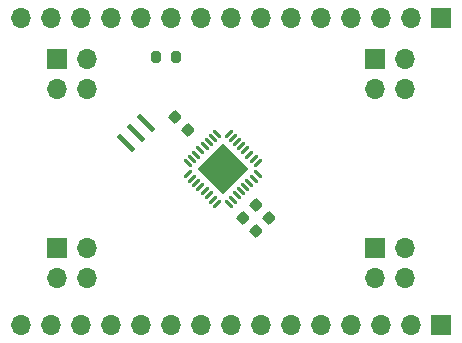
<source format=gts>
%TF.GenerationSoftware,KiCad,Pcbnew,7.0.1*%
%TF.CreationDate,2023-04-03T23:37:46-04:00*%
%TF.ProjectId,comm_v0p4,636f6d6d-5f76-4307-9034-2e6b69636164,rev?*%
%TF.SameCoordinates,Original*%
%TF.FileFunction,Soldermask,Top*%
%TF.FilePolarity,Negative*%
%FSLAX46Y46*%
G04 Gerber Fmt 4.6, Leading zero omitted, Abs format (unit mm)*
G04 Created by KiCad (PCBNEW 7.0.1) date 2023-04-03 23:37:46*
%MOMM*%
%LPD*%
G01*
G04 APERTURE LIST*
G04 Aperture macros list*
%AMRoundRect*
0 Rectangle with rounded corners*
0 $1 Rounding radius*
0 $2 $3 $4 $5 $6 $7 $8 $9 X,Y pos of 4 corners*
0 Add a 4 corners polygon primitive as box body*
4,1,4,$2,$3,$4,$5,$6,$7,$8,$9,$2,$3,0*
0 Add four circle primitives for the rounded corners*
1,1,$1+$1,$2,$3*
1,1,$1+$1,$4,$5*
1,1,$1+$1,$6,$7*
1,1,$1+$1,$8,$9*
0 Add four rect primitives between the rounded corners*
20,1,$1+$1,$2,$3,$4,$5,0*
20,1,$1+$1,$4,$5,$6,$7,0*
20,1,$1+$1,$6,$7,$8,$9,0*
20,1,$1+$1,$8,$9,$2,$3,0*%
%AMRotRect*
0 Rectangle, with rotation*
0 The origin of the aperture is its center*
0 $1 length*
0 $2 width*
0 $3 Rotation angle, in degrees counterclockwise*
0 Add horizontal line*
21,1,$1,$2,0,0,$3*%
G04 Aperture macros list end*
%ADD10O,1.700000X1.700000*%
%ADD11R,1.700000X1.700000*%
%ADD12RoundRect,0.200000X0.200000X0.275000X-0.200000X0.275000X-0.200000X-0.275000X0.200000X-0.275000X0*%
%ADD13RoundRect,0.225000X-0.335876X-0.017678X-0.017678X-0.335876X0.335876X0.017678X0.017678X0.335876X0*%
%ADD14RotRect,0.400000X1.900000X225.000000*%
%ADD15RoundRect,0.225000X0.335876X0.017678X0.017678X0.335876X-0.335876X-0.017678X-0.017678X-0.335876X0*%
%ADD16RoundRect,0.062500X-0.309359X0.220971X0.220971X-0.309359X0.309359X-0.220971X-0.220971X0.309359X0*%
%ADD17RoundRect,0.062500X-0.309359X-0.220971X-0.220971X-0.309359X0.309359X0.220971X0.220971X0.309359X0*%
%ADD18RotRect,3.100000X3.100000X315.000000*%
G04 APERTURE END LIST*
D10*
%TO.C,J7*%
X84770000Y-80770000D03*
X82230000Y-80770000D03*
X84770000Y-78230000D03*
D11*
X82230000Y-78230000D03*
%TD*%
%TO.C,J6*%
X82230000Y-62230000D03*
D10*
X84770000Y-62230000D03*
X82230000Y-64770000D03*
X84770000Y-64770000D03*
%TD*%
D11*
%TO.C,J5*%
X55230000Y-78230000D03*
D10*
X57770000Y-78230000D03*
X55230000Y-80770000D03*
X57770000Y-80770000D03*
%TD*%
D11*
%TO.C,J4*%
X55230000Y-62230000D03*
D10*
X57770000Y-62230000D03*
X55230000Y-64770000D03*
X57770000Y-64770000D03*
%TD*%
D12*
%TO.C,R5*%
X63675000Y-62000000D03*
X65325000Y-62000000D03*
%TD*%
D13*
%TO.C,C3*%
X73248008Y-75648008D03*
X72151992Y-74551992D03*
%TD*%
D14*
%TO.C,Y1*%
X61102944Y-69347056D03*
X61951472Y-68498528D03*
X62800000Y-67650000D03*
%TD*%
D15*
%TO.C,C1*%
X65251992Y-67101992D03*
X66348008Y-68198008D03*
%TD*%
D13*
%TO.C,C2*%
X71051992Y-75651992D03*
X72148008Y-76748008D03*
%TD*%
D10*
%TO.C,J1*%
X52220000Y-84700000D03*
X54760000Y-84700000D03*
X57300000Y-84700000D03*
X59840000Y-84700000D03*
X62380000Y-84700000D03*
X64920000Y-84700000D03*
X67460000Y-84700000D03*
X70000000Y-84700000D03*
X72540000Y-84700000D03*
X75080000Y-84700000D03*
X77620000Y-84700000D03*
X80160000Y-84700000D03*
X82700000Y-84700000D03*
X85240000Y-84700000D03*
D11*
X87780000Y-84700000D03*
%TD*%
%TO.C,J2*%
X87780000Y-58750000D03*
D10*
X85240000Y-58750000D03*
X82700000Y-58750000D03*
X80160000Y-58750000D03*
X77620000Y-58750000D03*
X75080000Y-58750000D03*
X72540000Y-58750000D03*
X70000000Y-58750000D03*
X67460000Y-58750000D03*
X64920000Y-58750000D03*
X62380000Y-58750000D03*
X59840000Y-58750000D03*
X57300000Y-58750000D03*
X54760000Y-58750000D03*
X52220000Y-58750000D03*
%TD*%
D16*
%TO.C,U1*%
X68813864Y-68526490D03*
X68460311Y-68880044D03*
X68106757Y-69233597D03*
X67753204Y-69587151D03*
X67399651Y-69940704D03*
X67046097Y-70294257D03*
X66692544Y-70647811D03*
X66338990Y-71001364D03*
D17*
X66338990Y-71973636D03*
X66692544Y-72327189D03*
X67046097Y-72680743D03*
X67399651Y-73034296D03*
X67753204Y-73387849D03*
X68106757Y-73741403D03*
X68460311Y-74094956D03*
X68813864Y-74448510D03*
D16*
X69786136Y-74448510D03*
X70139689Y-74094956D03*
X70493243Y-73741403D03*
X70846796Y-73387849D03*
X71200349Y-73034296D03*
X71553903Y-72680743D03*
X71907456Y-72327189D03*
X72261010Y-71973636D03*
D17*
X72261010Y-71001364D03*
X71907456Y-70647811D03*
X71553903Y-70294257D03*
X71200349Y-69940704D03*
X70846796Y-69587151D03*
X70493243Y-69233597D03*
X70139689Y-68880044D03*
X69786136Y-68526490D03*
D18*
X69300000Y-71487500D03*
%TD*%
M02*

</source>
